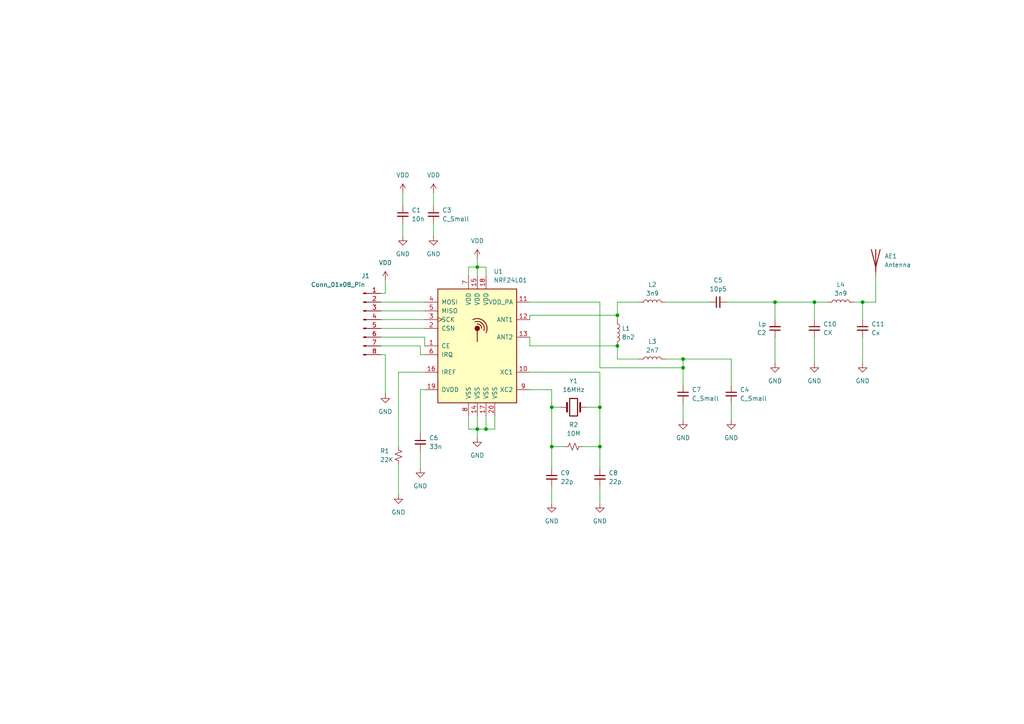
<source format=kicad_sch>
(kicad_sch (version 20231120) (generator "eeschema") (generator_version "8.0")
  (paper "A4")
  (lib_symbols
    (symbol "Connector:Conn_01x08_Pin" (pin_names (offset 1.016) hide)
      (property "Reference" "J" (at 0 10.16 0))
      (property "Value" "Conn_01x08_Pin" (at 0 -12.7 0))
      (symbol "Conn_01x08_Pin_1_1"
        (polyline (pts (xy 1.27 -10.16) (xy 0.8636 -10.16)) (stroke (width 0.1524)))
        (polyline (pts (xy 1.27 -7.62) (xy 0.8636 -7.62)) (stroke (width 0.1524)))
        (polyline (pts (xy 1.27 -5.08) (xy 0.8636 -5.08)) (stroke (width 0.1524)))
        (polyline (pts (xy 1.27 -2.54) (xy 0.8636 -2.54)) (stroke (width 0.1524)))
        (polyline (pts (xy 1.27 0) (xy 0.8636 0)) (stroke (width 0.1524)))
        (polyline (pts (xy 1.27 2.54) (xy 0.8636 2.54)) (stroke (width 0.1524)))
        (polyline (pts (xy 1.27 5.08) (xy 0.8636 5.08)) (stroke (width 0.1524)))
        (polyline (pts (xy 1.27 7.62) (xy 0.8636 7.62)) (stroke (width 0.1524)))
        (rectangle (start 0.8636 -10.033) (end 0 -10.287) (stroke (width 0.1524)) (fill (type outline)))
        (rectangle (start 0.8636 -7.493) (end 0 -7.747) (stroke (width 0.1524)) (fill (type outline)))
        (rectangle (start 0.8636 -4.953) (end 0 -5.207) (stroke (width 0.1524)) (fill (type outline)))
        (rectangle (start 0.8636 -2.413) (end 0 -2.667) (stroke (width 0.1524)) (fill (type outline)))
        (rectangle (start 0.8636 0.127) (end 0 -0.127) (stroke (width 0.1524)) (fill (type outline)))
        (rectangle (start 0.8636 2.667) (end 0 2.413) (stroke (width 0.1524)) (fill (type outline)))
        (rectangle (start 0.8636 5.207) (end 0 4.953) (stroke (width 0.1524)) (fill (type outline)))
        (rectangle (start 0.8636 7.747) (end 0 7.493) (stroke (width 0.1524)) (fill (type outline)))
        (pin passive line (at 5.08 7.62 180) (length 3.81) (name "Pin_1") (number "1"))
        (pin passive line (at 5.08 5.08 180) (length 3.81) (name "Pin_2") (number "2"))
        (pin passive line (at 5.08 2.54 180) (length 3.81) (name "Pin_3") (number "3"))
        (pin passive line (at 5.08 0 180) (length 3.81) (name "Pin_4") (number "4"))
        (pin passive line (at 5.08 -2.54 180) (length 3.81) (name "Pin_5") (number "5"))
        (pin passive line (at 5.08 -5.08 180) (length 3.81) (name "Pin_6") (number "6"))
        (pin passive line (at 5.08 -7.62 180) (length 3.81) (name "Pin_7") (number "7"))
        (pin passive line (at 5.08 -10.16 180) (length 3.81) (name "Pin_8") (number "8"))
      )
    )
    (symbol "Device:Antenna" (pin_numbers hide) (pin_names (offset 1.016) hide)
      (property "Reference" "AE" (at -1.905 1.905 0))
      (property "Value" "Antenna" (at -1.905 0 0))
      (symbol "Antenna_0_1"
        (polyline (pts (xy 0 2.54) (xy 0 -3.81)) (stroke (width 0.254)))
        (polyline (pts (xy 1.27 2.54) (xy 0 -2.54) (xy -1.27 2.54)) (stroke (width 0.254)))
      )
      (symbol "Antenna_1_1"
        (pin input line (at 0 -5.08 90) (length 2.54) (name "A") (number "1"))
      )
    )
    (symbol "Device:C_Small" (pin_numbers hide) (pin_names (offset 0.254) hide)
      (property "Reference" "C" (at 0.254 1.778 0))
      (property "Value" "C_Small" (at 0.254 -2.032 0))
      (symbol "C_Small_0_1"
        (polyline (pts (xy -1.524 -0.508) (xy 1.524 -0.508)) (stroke (width 0.3302)))
        (polyline (pts (xy -1.524 0.508) (xy 1.524 0.508)) (stroke (width 0.3048)))
      )
      (symbol "C_Small_1_1"
        (pin passive line (at 0 2.54 270) (length 2.032) (name "~") (number "1"))
        (pin passive line (at 0 -2.54 90) (length 2.032) (name "~") (number "2"))
      )
    )
    (symbol "Device:Crystal" (pin_numbers hide) (pin_names (offset 1.016) hide)
      (property "Reference" "Y" (at 0 3.81 0))
      (property "Value" "Crystal" (at 0 -3.81 0))
      (symbol "Crystal_0_1"
        (rectangle (start -1.143 2.54) (end 1.143 -2.54) (stroke (width 0.3048)))
        (polyline (pts (xy -2.54 0) (xy -1.905 0)))
        (polyline (pts (xy -1.905 -1.27) (xy -1.905 1.27)) (stroke (width 0.508)))
        (polyline (pts (xy 1.905 -1.27) (xy 1.905 1.27)) (stroke (width 0.508)))
        (polyline (pts (xy 2.54 0) (xy 1.905 0)))
      )
      (symbol "Crystal_1_1"
        (pin passive line (at -3.81 0 0) (length 1.27) (name "1") (number "1"))
        (pin passive line (at 3.81 0 180) (length 1.27) (name "2") (number "2"))
      )
    )
    (symbol "Device:L" (pin_numbers hide) (pin_names (offset 1.016) hide)
      (property "Reference" "L" (at -1.27 0 90))
      (property "Value" "L" (at 1.905 0 90))
      (symbol "L_0_1"
        (arc (start 0 -2.54) (mid 0.6323 -1.905) (end 0 -1.27))
        (arc (start 0 -1.27) (mid 0.6323 -0.635) (end 0 0))
        (arc (start 0 0) (mid 0.6323 0.635) (end 0 1.27))
        (arc (start 0 1.27) (mid 0.6323 1.905) (end 0 2.54))
      )
      (symbol "L_1_1"
        (pin passive line (at 0 3.81 270) (length 1.27) (name "1") (number "1"))
        (pin passive line (at 0 -3.81 90) (length 1.27) (name "2") (number "2"))
      )
    )
    (symbol "Device:R_Small_US" (pin_numbers hide) (pin_names (offset 0.254) hide)
      (property "Reference" "R" (at 0.762 0.508 0))
      (property "Value" "R_Small_US" (at 0.762 -1.016 0))
      (symbol "R_Small_US_1_1"
        (polyline (pts (xy 0 0) (xy 1.016 -0.381) (xy 0 -0.762) (xy -1.016 -1.143) (xy 0 -1.524)))
        (polyline (pts (xy 0 1.524) (xy 1.016 1.143) (xy 0 0.762) (xy -1.016 0.381) (xy 0 0)))
        (pin passive line (at 0 2.54 270) (length 1.016) (name "~") (number "1"))
        (pin passive line (at 0 -2.54 90) (length 1.016) (name "~") (number "2"))
      )
    )
    (symbol "RF:NRF24L01" (pin_names (offset 1.016))
      (property "Reference" "U" (at -11.43 17.78 0))
      (property "Value" "NRF24L01" (at 5.08 17.78 0))
      (symbol "NRF24L01_0_1"
        (rectangle (start -11.43 16.51) (end 11.43 -16.51) (stroke (width 0.254)) (fill (type background)))
        (polyline (pts (xy 0 4.445) (xy 0 1.27)) (stroke (width 0.254)))
        (circle (center 0 5.08) (radius 0.635) (stroke (width 0.254)) (fill (type outline)))
        (arc (start 1.27 5.08) (mid 0.9071 5.9946) (end 0 6.35) (stroke (width 0.254)))
        (arc (start 1.905 4.445) (mid 1.4313 6.5254) (end -0.635 6.985) (stroke (width 0.254)))
        (arc (start 2.54 3.81) (mid 2.008 7.088) (end -1.27 7.62) (stroke (width 0.254)))
        (rectangle (start 11.43 -13.97) (end 11.43 -13.97))
      )
      (symbol "NRF24L01_1_1"
        (pin input line (at -15.24 0 0) (length 3.81) (name "CE") (number "1"))
        (pin passive line (at 15.24 -7.62 180) (length 3.81) (name "XC1") (number "10"))
        (pin power_out line (at 15.24 12.7 180) (length 3.81) (name "VDD_PA") (number "11"))
        (pin passive line (at 15.24 7.62 180) (length 3.81) (name "ANT1") (number "12"))
        (pin passive line (at 15.24 2.54 180) (length 3.81) (name "ANT2") (number "13"))
        (pin power_in line (at 0 -20.32 90) (length 3.81) (name "VSS") (number "14"))
        (pin power_in line (at 0 20.32 270) (length 3.81) (name "VDD") (number "15"))
        (pin passive line (at -15.24 -7.62 0) (length 3.81) (name "IREF") (number "16"))
        (pin power_in line (at 2.54 -20.32 90) (length 3.81) (name "VSS") (number "17"))
        (pin power_in line (at 2.54 20.32 270) (length 3.81) (name "VDD") (number "18"))
        (pin power_out line (at -15.24 -12.7 0) (length 3.81) (name "DVDD") (number "19"))
        (pin input line (at -15.24 5.08 0) (length 3.81) (name "CSN") (number "2"))
        (pin power_in line (at 5.08 -20.32 90) (length 3.81) (name "VSS") (number "20"))
        (pin input clock (at -15.24 7.62 0) (length 3.81) (name "SCK") (number "3"))
        (pin input line (at -15.24 12.7 0) (length 3.81) (name "MOSI") (number "4"))
        (pin output line (at -15.24 10.16 0) (length 3.81) (name "MISO") (number "5"))
        (pin output line (at -15.24 -2.54 0) (length 3.81) (name "IRQ") (number "6"))
        (pin power_in line (at -2.54 20.32 270) (length 3.81) (name "VDD") (number "7"))
        (pin power_in line (at -2.54 -20.32 90) (length 3.81) (name "VSS") (number "8"))
        (pin passive line (at 15.24 -12.7 180) (length 3.81) (name "XC2") (number "9"))
      )
    )
    (symbol "power:GND" (power) (pin_numbers hide) (pin_names (offset 0) hide)
      (property "Value" "GND" (at 0 -3.81 0))
      (symbol "GND_0_1"
        (polyline (pts (xy 0 0) (xy 0 -1.27) (xy 1.27 -1.27) (xy 0 -2.54) (xy -1.27 -1.27) (xy 0 -1.27)))
      )
      (symbol "GND_1_1"
        (pin power_in line (at 0 0 270) (length 0) (name "~") (number "1"))
      )
    )
    (symbol "power:VDD" (power) (pin_numbers hide) (pin_names (offset 0) hide)
      (property "Value" "VDD" (at 0 3.556 0))
      (symbol "VDD_0_1"
        (polyline (pts (xy -0.762 1.27) (xy 0 2.54)))
        (polyline (pts (xy 0 0) (xy 0 2.54)))
        (polyline (pts (xy 0 2.54) (xy 0.762 1.27)))
      )
      (symbol "VDD_1_1"
        (pin power_in line (at 0 0 90) (length 0) (name "~") (number "1"))
      )
    )
  )
  (junction (at 160.02 118.11))
  (junction (at 250.19 87.63))
  (junction (at 198.12 106.68))
  (junction (at 179.07 100.33))
  (junction (at 173.99 118.11))
  (junction (at 236.22 87.63))
  (junction (at 138.43 77.47))
  (junction (at 198.12 104.14))
  (junction (at 224.79 87.63))
  (junction (at 160.02 129.54))
  (junction (at 140.97 124.46))
  (junction (at 138.43 124.46))
  (junction (at 179.07 91.44))
  (junction (at 173.99 129.54))
  (wire (pts (xy 153.67 100.33) (xy 179.07 100.33)))
  (wire (pts (xy 160.02 118.11) (xy 160.02 129.54)))
  (wire (pts (xy 140.97 124.46) (xy 138.43 124.46)))
  (wire (pts (xy 160.02 129.54) (xy 160.02 135.89)))
  (wire (pts (xy 198.12 104.14) (xy 198.12 106.68)))
  (wire (pts (xy 185.42 87.63) (xy 179.07 87.63)))
  (wire (pts (xy 110.49 87.63) (xy 123.19 87.63)))
  (wire (pts (xy 160.02 129.54) (xy 163.83 129.54)))
  (wire (pts (xy 179.07 91.44) (xy 179.07 92.71)))
  (wire (pts (xy 116.84 55.88) (xy 116.84 59.69)))
  (wire (pts (xy 179.07 87.63) (xy 179.07 91.44)))
  (wire (pts (xy 153.67 92.71) (xy 153.67 91.44)))
  (wire (pts (xy 138.43 120.65) (xy 138.43 124.46)))
  (wire (pts (xy 111.76 102.87) (xy 111.76 114.3)))
  (wire (pts (xy 236.22 87.63) (xy 240.03 87.63)))
  (wire (pts (xy 143.51 124.46) (xy 140.97 124.46)))
  (wire (pts (xy 173.99 118.11) (xy 173.99 129.54)))
  (wire (pts (xy 179.07 100.33) (xy 179.07 104.14)))
  (wire (pts (xy 224.79 97.79) (xy 224.79 105.41)))
  (wire (pts (xy 254 80.01) (xy 254 87.63)))
  (wire (pts (xy 140.97 77.47) (xy 138.43 77.47)))
  (wire (pts (xy 115.57 134.62) (xy 115.57 143.51)))
  (wire (pts (xy 193.04 104.14) (xy 198.12 104.14)))
  (wire (pts (xy 173.99 129.54) (xy 173.99 135.89)))
  (wire (pts (xy 212.09 111.76) (xy 212.09 104.14)))
  (wire (pts (xy 143.51 120.65) (xy 143.51 124.46)))
  (wire (pts (xy 140.97 80.01) (xy 140.97 77.47)))
  (wire (pts (xy 173.99 106.68) (xy 198.12 106.68)))
  (wire (pts (xy 140.97 120.65) (xy 140.97 124.46)))
  (wire (pts (xy 153.67 113.03) (xy 160.02 113.03)))
  (wire (pts (xy 138.43 77.47) (xy 138.43 80.01)))
  (wire (pts (xy 168.91 129.54) (xy 173.99 129.54)))
  (wire (pts (xy 110.49 92.71) (xy 123.19 92.71)))
  (wire (pts (xy 135.89 120.65) (xy 135.89 124.46)))
  (wire (pts (xy 173.99 146.05) (xy 173.99 140.97)))
  (wire (pts (xy 115.57 107.95) (xy 123.19 107.95)))
  (wire (pts (xy 138.43 74.93) (xy 138.43 77.47)))
  (wire (pts (xy 123.19 97.79) (xy 123.19 100.33)))
  (wire (pts (xy 236.22 97.79) (xy 236.22 105.41)))
  (wire (pts (xy 110.49 97.79) (xy 123.19 97.79)))
  (wire (pts (xy 250.19 97.79) (xy 250.19 105.41)))
  (wire (pts (xy 110.49 100.33) (xy 121.92 100.33)))
  (wire (pts (xy 110.49 102.87) (xy 111.76 102.87)))
  (wire (pts (xy 170.18 118.11) (xy 173.99 118.11)))
  (wire (pts (xy 125.73 64.77) (xy 125.73 68.58)))
  (wire (pts (xy 193.04 87.63) (xy 205.74 87.63)))
  (wire (pts (xy 121.92 135.89) (xy 121.92 130.81)))
  (wire (pts (xy 121.92 102.87) (xy 123.19 102.87)))
  (wire (pts (xy 236.22 87.63) (xy 236.22 92.71)))
  (wire (pts (xy 160.02 146.05) (xy 160.02 140.97)))
  (wire (pts (xy 115.57 129.54) (xy 115.57 107.95)))
  (wire (pts (xy 198.12 116.84) (xy 198.12 121.92)))
  (wire (pts (xy 135.89 80.01) (xy 135.89 77.47)))
  (wire (pts (xy 125.73 55.88) (xy 125.73 59.69)))
  (wire (pts (xy 160.02 113.03) (xy 160.02 118.11)))
  (wire (pts (xy 224.79 87.63) (xy 236.22 87.63)))
  (wire (pts (xy 121.92 125.73) (xy 121.92 113.03)))
  (wire (pts (xy 116.84 64.77) (xy 116.84 68.58)))
  (wire (pts (xy 153.67 87.63) (xy 173.99 87.63)))
  (wire (pts (xy 212.09 104.14) (xy 198.12 104.14)))
  (wire (pts (xy 110.49 95.25) (xy 123.19 95.25)))
  (wire (pts (xy 138.43 124.46) (xy 138.43 127)))
  (wire (pts (xy 111.76 85.09) (xy 111.76 81.28)))
  (wire (pts (xy 153.67 91.44) (xy 179.07 91.44)))
  (wire (pts (xy 224.79 87.63) (xy 224.79 92.71)))
  (wire (pts (xy 110.49 90.17) (xy 123.19 90.17)))
  (wire (pts (xy 135.89 124.46) (xy 138.43 124.46)))
  (wire (pts (xy 250.19 92.71) (xy 250.19 87.63)))
  (wire (pts (xy 153.67 97.79) (xy 153.67 100.33)))
  (wire (pts (xy 210.82 87.63) (xy 224.79 87.63)))
  (wire (pts (xy 198.12 106.68) (xy 198.12 111.76)))
  (wire (pts (xy 173.99 87.63) (xy 173.99 106.68)))
  (wire (pts (xy 173.99 107.95) (xy 173.99 118.11)))
  (wire (pts (xy 254 87.63) (xy 250.19 87.63)))
  (wire (pts (xy 153.67 107.95) (xy 173.99 107.95)))
  (wire (pts (xy 135.89 77.47) (xy 138.43 77.47)))
  (wire (pts (xy 250.19 87.63) (xy 247.65 87.63)))
  (wire (pts (xy 111.76 85.09) (xy 110.49 85.09)))
  (wire (pts (xy 185.42 104.14) (xy 179.07 104.14)))
  (wire (pts (xy 160.02 118.11) (xy 162.56 118.11)))
  (wire (pts (xy 212.09 116.84) (xy 212.09 121.92)))
  (wire (pts (xy 121.92 100.33) (xy 121.92 102.87)))
  (wire (pts (xy 121.92 113.03) (xy 123.19 113.03)))
  (symbol (lib_id "power:GND") (at 198.12 121.92 0) (unit 1)
    (property "Reference" "#PWR09" (effects (hide yes)))
    (property "Value" "GND" (at 198.12 127 0))
    (property "Description" "Power symbol creates a global label with name \"GND\" , ground" (effects (hide yes)))
  )
  (symbol (lib_id "power:GND") (at 138.43 127 0) (unit 1)
    (property "Reference" "#PWR01" (effects (hide yes)))
    (property "Value" "GND" (at 138.43 132.08 0))
    (property "Description" "Power symbol creates a global label with name \"GND\" , ground" (effects (hide yes)))
  )
  (symbol (lib_id "Device:C_Small") (at 224.79 95.25 180) (unit 1)
    (property "Reference" "C2" (at 222.25 96.5138 0) (effects (justify left)))
    (property "Value" "Lp" (at 222.25 93.9738 0) (effects (justify left)))
    (property "Description" "Unpolarized capacitor, small symbol" (effects (hide yes)))
  )
  (symbol (lib_id "Device:L") (at 243.84 87.63 90) (unit 1)
    (property "Reference" "L4" (at 243.84 82.55 90))
    (property "Value" "3n9" (at 243.84 85.09 90))
    (property "Description" "Inductor" (effects (hide yes)))
  )
  (symbol (lib_id "Connector:Conn_01x08_Pin") (at 105.41 92.71 0) (unit 1)
    (property "Reference" "J1" (at 106.045 80.01 0))
    (property "Value" "Conn_01x08_Pin" (at 98.044 82.55 0))
    (property "Footprint" "Connector_Hirose:Hirose_DF13-08P-1.25DSA_1x08_P1.25mm_Vertical" (effects (hide yes)))
    (property "Description" "Generic connector, single row, 01x08, script generated" (effects (hide yes)))
  )
  (symbol (lib_id "Device:C_Small") (at 198.12 114.3 0) (unit 1)
    (property "Reference" "C7" (at 200.66 113.0362 0) (effects (justify left)))
    (property "Value" "C_Small" (at 200.66 115.5762 0) (effects (justify left)))
    (property "Description" "Unpolarized capacitor, small symbol" (effects (hide yes)))
  )
  (symbol (lib_id "Device:C_Small") (at 116.84 62.23 0) (unit 1)
    (property "Reference" "C1" (at 119.38 60.9662 0) (effects (justify left)))
    (property "Value" "10n" (at 119.38 63.5062 0) (effects (justify left)))
    (property "Footprint" "Capacitor_SMD:C_01005_0402Metric" (effects (hide yes)))
    (property "Description" "Unpolarized capacitor, small symbol" (effects (hide yes)))
  )
  (symbol (lib_id "power:GND") (at 160.02 146.05 0) (unit 1)
    (property "Reference" "#PWR03" (effects (hide yes)))
    (property "Value" "GND" (at 160.02 151.13 0))
    (property "Description" "Power symbol creates a global label with name \"GND\" , ground" (effects (hide yes)))
  )
  (symbol (lib_id "power:VDD") (at 138.43 74.93 0) (unit 1)
    (property "Reference" "#PWR02" (effects (hide yes)))
    (property "Value" "VDD" (at 138.43 69.85 0))
    (property "Description" "Power symbol creates a global label with name \"VDD\"" (effects (hide yes)))
  )
  (symbol (lib_id "RF:NRF24L01") (at 138.43 100.33 0) (unit 1)
    (property "Reference" "U1" (at 143.1641 78.74 0) (effects (justify left)))
    (property "Value" "NRF24L01" (at 143.1641 81.28 0) (effects (justify left)))
    (property "Footprint" "Package_DFN_QFN:QFN-20-1EP_4x4mm_P0.5mm_EP2.5x2.5mm" (effects (hide yes)))
    (property "Datasheet" "http://www.nordicsemi.com/eng/content/download/2730/34105/file/nRF24L01_Product_Specification_v2_0.pdf" (effects (hide yes)))
    (property "Description" "Ultra low power 2.4GHz RF Transceiver, QFN-20" (effects (hide yes)))
  )
  (symbol (lib_id "power:VDD") (at 125.73 55.88 0) (unit 1)
    (property "Reference" "#PWR015" (effects (hide yes)))
    (property "Value" "VDD" (at 125.73 50.8 0))
    (property "Description" "Power symbol creates a global label with name \"VDD\"" (effects (hide yes)))
  )
  (symbol (lib_id "power:GND") (at 250.19 105.41 0) (unit 1)
    (property "Reference" "#PWR017" (effects (hide yes)))
    (property "Value" "GND" (at 250.19 110.49 0))
    (property "Description" "Power symbol creates a global label with name \"GND\" , ground" (effects (hide yes)))
  )
  (symbol (lib_id "Device:L") (at 179.07 96.52 0) (unit 1)
    (property "Reference" "L1" (at 180.34 95.2499 0) (effects (justify left)))
    (property "Value" "8n2" (at 180.34 97.7899 0) (effects (justify left)))
    (property "Footprint" "Inductor_SMD:L_0402_1005Metric" (effects (hide yes)))
    (property "Description" "Inductor" (effects (hide yes)))
  )
  (symbol (lib_id "power:GND") (at 224.79 105.41 0) (unit 1)
    (property "Reference" "#PWR011" (effects (hide yes)))
    (property "Value" "GND" (at 224.79 110.49 0))
    (property "Description" "Power symbol creates a global label with name \"GND\" , ground" (effects (hide yes)))
  )
  (symbol (lib_id "Device:C_Small") (at 208.28 87.63 90) (unit 1)
    (property "Reference" "C5" (at 208.2863 81.28 90))
    (property "Value" "10p5" (at 208.2863 83.82 90))
    (property "Description" "Unpolarized capacitor, small symbol" (effects (hide yes)))
  )
  (symbol (lib_id "power:GND") (at 121.92 135.89 0) (unit 1)
    (property "Reference" "#PWR08" (effects (hide yes)))
    (property "Value" "GND" (at 121.92 140.97 0))
    (property "Description" "Power symbol creates a global label with name \"GND\" , ground" (effects (hide yes)))
  )
  (symbol (lib_id "Device:C_Small") (at 236.22 95.25 0) (unit 1)
    (property "Reference" "C10" (at 238.76 93.9862 0) (effects (justify left)))
    (property "Value" "CX" (at 238.76 96.5262 0) (effects (justify left)))
    (property "Description" "Unpolarized capacitor, small symbol" (effects (hide yes)))
  )
  (symbol (lib_id "Device:C_Small") (at 160.02 138.43 0) (unit 1)
    (property "Reference" "C9" (at 162.56 137.1662 0) (effects (justify left)))
    (property "Value" "22p" (at 162.56 139.7062 0) (effects (justify left)))
    (property "Description" "Unpolarized capacitor, small symbol" (effects (hide yes)))
  )
  (symbol (lib_id "power:VDD") (at 116.84 55.88 0) (unit 1)
    (property "Reference" "#PWR014" (effects (hide yes)))
    (property "Value" "VDD" (at 116.84 50.8 0))
    (property "Description" "Power symbol creates a global label with name \"VDD\"" (effects (hide yes)))
  )
  (symbol (lib_id "power:GND") (at 111.76 114.3 0) (unit 1)
    (property "Reference" "#PWR06" (effects (hide yes)))
    (property "Value" "GND" (at 111.76 119.38 0))
    (property "Description" "Power symbol creates a global label with name \"GND\" , ground" (effects (hide yes)))
  )
  (symbol (lib_id "power:GND") (at 212.09 121.92 0) (unit 1)
    (property "Reference" "#PWR010" (effects (hide yes)))
    (property "Value" "GND" (at 212.09 127 0))
    (property "Description" "Power symbol creates a global label with name \"GND\" , ground" (effects (hide yes)))
  )
  (symbol (lib_id "power:GND") (at 115.57 143.51 0) (unit 1)
    (property "Reference" "#PWR05" (effects (hide yes)))
    (property "Value" "GND" (at 115.57 148.59 0))
    (property "Description" "Power symbol creates a global label with name \"GND\" , ground" (effects (hide yes)))
  )
  (symbol (lib_id "Device:L") (at 189.23 104.14 90) (unit 1)
    (property "Reference" "L3" (at 189.23 99.06 90))
    (property "Value" "2n7" (at 189.23 101.6 90))
    (property "Footprint" "Inductor_SMD:L_0402_1005Metric" (effects (hide yes)))
    (property "Description" "Inductor" (effects (hide yes)))
  )
  (symbol (lib_id "power:GND") (at 116.84 68.58 0) (unit 1)
    (property "Reference" "#PWR012" (effects (hide yes)))
    (property "Value" "GND" (at 116.84 73.66 0))
    (property "Description" "Power symbol creates a global label with name \"GND\" , ground" (effects (hide yes)))
  )
  (symbol (lib_id "Device:C_Small") (at 173.99 138.43 0) (unit 1)
    (property "Reference" "C8" (at 176.53 137.1662 0) (effects (justify left)))
    (property "Value" "22p" (at 176.53 139.7062 0) (effects (justify left)))
    (property "Description" "Unpolarized capacitor, small symbol" (effects (hide yes)))
  )
  (symbol (lib_id "Device:Crystal") (at 166.37 118.11 0) (unit 1)
    (property "Reference" "Y1" (at 166.37 110.49 0))
    (property "Value" "16MHz" (at 166.37 113.03 0))
    (property "Footprint" "Crystal:Crystal_SMD_3215-2Pin_3.2x1.5mm" (effects (hide yes)))
    (property "Description" "Two pin crystal" (effects (hide yes)))
  )
  (symbol (lib_id "Device:C_Small") (at 121.92 128.27 0) (unit 1)
    (property "Reference" "C6" (at 124.46 127.0062 0) (effects (justify left)))
    (property "Value" "33n" (at 124.46 129.5462 0) (effects (justify left)))
    (property "Description" "Unpolarized capacitor, small symbol" (effects (hide yes)))
  )
  (symbol (lib_id "power:VDD") (at 111.76 81.28 0) (unit 1)
    (property "Reference" "#PWR07" (effects (hide yes)))
    (property "Value" "VDD" (at 111.76 76.2 0))
    (property "Description" "Power symbol creates a global label with name \"VDD\"" (effects (hide yes)))
  )
  (symbol (lib_id "power:GND") (at 173.99 146.05 0) (unit 1)
    (property "Reference" "#PWR04" (effects (hide yes)))
    (property "Value" "GND" (at 173.99 151.13 0))
    (property "Description" "Power symbol creates a global label with name \"GND\" , ground" (effects (hide yes)))
  )
  (symbol (lib_id "Device:R_Small_US") (at 115.57 132.08 0) (unit 1)
    (property "Reference" "R1" (at 110.236 130.81 0) (effects (justify left)))
    (property "Value" "22K" (at 110.236 133.35 0) (effects (justify left)))
    (property "Footprint" "Resistor_SMD:R_0402_1005Metric" (effects (hide yes)))
    (property "Description" "Resistor, small US symbol" (effects (hide yes)))
  )
  (symbol (lib_id "Device:C_Small") (at 250.19 95.25 0) (unit 1)
    (property "Reference" "C11" (at 252.73 93.9862 0) (effects (justify left)))
    (property "Value" "Cx" (at 252.73 96.5262 0) (effects (justify left)))
    (property "Description" "Unpolarized capacitor, small symbol" (effects (hide yes)))
  )
  (symbol (lib_id "Device:R_Small_US") (at 166.37 129.54 90) (unit 1)
    (property "Reference" "R2" (at 166.37 123.19 90))
    (property "Value" "10M" (at 166.37 125.73 90))
    (property "Footprint" "Resistor_SMD:R_0402_1005Metric" (effects (hide yes)))
    (property "Description" "Resistor, small US symbol" (effects (hide yes)))
  )
  (symbol (lib_id "Device:C_Small") (at 212.09 114.3 0) (unit 1)
    (property "Reference" "C4" (at 214.63 113.0362 0) (effects (justify left)))
    (property "Value" "C_Small" (at 214.63 115.5762 0) (effects (justify left)))
    (property "Description" "Unpolarized capacitor, small symbol" (effects (hide yes)))
  )
  (symbol (lib_id "Device:C_Small") (at 125.73 62.23 0) (unit 1)
    (property "Reference" "C3" (at 128.27 60.9662 0) (effects (justify left)))
    (property "Value" "C_Small" (at 128.27 63.5062 0) (effects (justify left)))
    (property "Description" "Unpolarized capacitor, small symbol" (effects (hide yes)))
  )
  (symbol (lib_id "power:GND") (at 236.22 105.41 0) (unit 1)
    (property "Reference" "#PWR016" (effects (hide yes)))
    (property "Value" "GND" (at 236.22 110.49 0))
    (property "Description" "Power symbol creates a global label with name \"GND\" , ground" (effects (hide yes)))
  )
  (symbol (lib_id "Device:L") (at 189.23 87.63 90) (unit 1)
    (property "Reference" "L2" (at 189.23 82.55 90))
    (property "Value" "3n9" (at 189.23 85.09 90))
    (property "Description" "Inductor" (effects (hide yes)))
  )
  (symbol (lib_id "power:GND") (at 125.73 68.58 0) (unit 1)
    (property "Reference" "#PWR013" (effects (hide yes)))
    (property "Value" "GND" (at 125.73 73.66 0))
    (property "Description" "Power symbol creates a global label with name \"GND\" , ground" (effects (hide yes)))
  )
  (symbol (lib_id "Device:Antenna") (at 254 74.93 0) (unit 1)
    (property "Reference" "AE1" (at 256.54 74.2949 0) (effects (justify left)))
    (property "Value" "Antenna" (at 256.54 76.8349 0) (effects (justify left)))
    (property "Description" "Antenna" (effects (hide yes)))
  )
)
</source>
